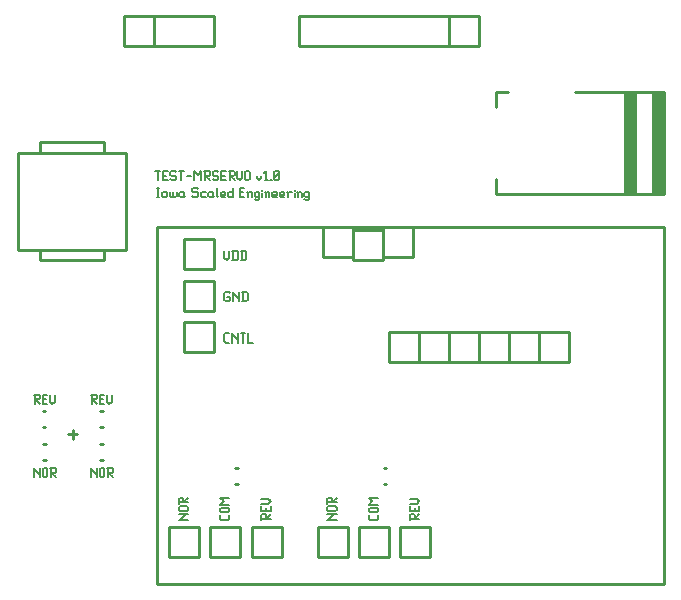
<source format=gbr>
G04 start of page 8 for group -4079 idx -4079 *
G04 Title: (unknown), topsilk *
G04 Creator: pcb 20140316 *
G04 CreationDate: Mon 19 Dec 2016 04:58:44 AM GMT UTC *
G04 For: railfan *
G04 Format: Gerber/RS-274X *
G04 PCB-Dimensions (mil): 2250.00 2000.00 *
G04 PCB-Coordinate-Origin: lower left *
%MOIN*%
%FSLAX25Y25*%
%LNTOPSILK*%
%ADD65C,0.0080*%
%ADD64C,0.0100*%
G54D64*X55500Y120500D02*X224500D01*
Y1500D01*
X55500D01*
Y120500D01*
X27500Y53000D02*Y50000D01*
X26000Y51500D02*X29000D01*
G54D65*X78000Y112720D02*Y110380D01*
X78780Y109600D01*
X79560Y110380D01*
Y112720D02*Y110380D01*
X80886Y112720D02*Y109600D01*
X82056Y112720D02*X82446Y112330D01*
Y109990D01*
X82056Y109600D02*X82446Y109990D01*
X80496Y109600D02*X82056D01*
X80496Y112720D02*X82056D01*
X83772D02*Y109600D01*
X84942Y112720D02*X85332Y112330D01*
Y109990D01*
X84942Y109600D02*X85332Y109990D01*
X83382Y109600D02*X84942D01*
X83382Y112720D02*X84942D01*
X79560Y98940D02*X79950Y98550D01*
X78390Y98940D02*X79560D01*
X78000Y98550D02*X78390Y98940D01*
X78000Y98550D02*Y96210D01*
X78390Y95820D01*
X79560D01*
X79950Y96210D01*
Y96990D02*Y96210D01*
X79560Y97380D02*X79950Y96990D01*
X78780Y97380D02*X79560D01*
X80886Y98940D02*Y95820D01*
Y98940D02*Y98550D01*
X82836Y96600D01*
Y98940D02*Y95820D01*
X84162Y98940D02*Y95820D01*
X85332Y98940D02*X85722Y98550D01*
Y96210D01*
X85332Y95820D02*X85722Y96210D01*
X83772Y95820D02*X85332D01*
X83772Y98940D02*X85332D01*
X78390Y82041D02*X79560D01*
X78000Y82431D02*X78390Y82041D01*
X78000Y84771D02*Y82431D01*
Y84771D02*X78390Y85161D01*
X79560D01*
X80496D02*Y82041D01*
Y85161D02*Y84771D01*
X82446Y82821D01*
Y85161D02*Y82041D01*
X83382Y85161D02*X84942D01*
X84162D02*Y82041D01*
X85878Y85161D02*Y82041D01*
X87438D01*
X55000Y139220D02*X56560D01*
X55780D02*Y136100D01*
X57496Y137660D02*X58666D01*
X57496Y136100D02*X59056D01*
X57496Y139220D02*Y136100D01*
Y139220D02*X59056D01*
X61552D02*X61942Y138830D01*
X60382Y139220D02*X61552D01*
X59992Y138830D02*X60382Y139220D01*
X59992Y138830D02*Y138050D01*
X60382Y137660D01*
X61552D01*
X61942Y137270D01*
Y136490D01*
X61552Y136100D02*X61942Y136490D01*
X60382Y136100D02*X61552D01*
X59992Y136490D02*X60382Y136100D01*
X62878Y139220D02*X64438D01*
X63658D02*Y136100D01*
X65374Y137660D02*X66934D01*
X67870Y139220D02*Y136100D01*
Y139220D02*X69040Y138050D01*
X70210Y139220D01*
Y136100D01*
X71146Y139220D02*X72706D01*
X73096Y138830D01*
Y138050D01*
X72706Y137660D02*X73096Y138050D01*
X71536Y137660D02*X72706D01*
X71536Y139220D02*Y136100D01*
Y137660D02*X73096Y136100D01*
X75592Y139220D02*X75982Y138830D01*
X74422Y139220D02*X75592D01*
X74032Y138830D02*X74422Y139220D01*
X74032Y138830D02*Y138050D01*
X74422Y137660D01*
X75592D01*
X75982Y137270D01*
Y136490D01*
X75592Y136100D02*X75982Y136490D01*
X74422Y136100D02*X75592D01*
X74032Y136490D02*X74422Y136100D01*
X76918Y137660D02*X78088D01*
X76918Y136100D02*X78478D01*
X76918Y139220D02*Y136100D01*
Y139220D02*X78478D01*
X79414D02*X80974D01*
X81364Y138830D01*
Y138050D01*
X80974Y137660D02*X81364Y138050D01*
X79804Y137660D02*X80974D01*
X79804Y139220D02*Y136100D01*
Y137660D02*X81364Y136100D01*
X82300Y139220D02*Y136880D01*
X83080Y136100D01*
X83860Y136880D01*
Y139220D02*Y136880D01*
X84796Y138830D02*Y136490D01*
Y138830D02*X85186Y139220D01*
X85966D01*
X86356Y138830D01*
Y136490D01*
X85966Y136100D02*X86356Y136490D01*
X85186Y136100D02*X85966D01*
X84796Y136490D02*X85186Y136100D01*
X88696Y137660D02*Y136880D01*
X89476Y136100D01*
X90256Y136880D01*
Y137660D02*Y136880D01*
X91582Y136100D02*X92362D01*
X91972Y139220D02*Y136100D01*
X91192Y138440D02*X91972Y139220D01*
X93298Y136100D02*X93688D01*
X94624Y136490D02*X95014Y136100D01*
X94624Y138830D02*Y136490D01*
Y138830D02*X95014Y139220D01*
X95794D01*
X96184Y138830D01*
Y136490D01*
X95794Y136100D02*X96184Y136490D01*
X95014Y136100D02*X95794D01*
X94624Y136880D02*X96184Y138440D01*
X55500Y133720D02*X56280D01*
X55890D02*Y130600D01*
X55500D02*X56280D01*
X57216Y131770D02*Y130990D01*
Y131770D02*X57606Y132160D01*
X58386D01*
X58776Y131770D01*
Y130990D01*
X58386Y130600D02*X58776Y130990D01*
X57606Y130600D02*X58386D01*
X57216Y130990D02*X57606Y130600D01*
X59712Y132160D02*Y130990D01*
X60102Y130600D01*
X60492D01*
X60882Y130990D01*
Y132160D02*Y130990D01*
X61272Y130600D01*
X61662D01*
X62052Y130990D01*
Y132160D02*Y130990D01*
X64158Y132160D02*X64548Y131770D01*
X63378Y132160D02*X64158D01*
X62988Y131770D02*X63378Y132160D01*
X62988Y131770D02*Y130990D01*
X63378Y130600D01*
X64548Y132160D02*Y130990D01*
X64938Y130600D01*
X63378D02*X64158D01*
X64548Y130990D01*
X68838Y133720D02*X69228Y133330D01*
X67668Y133720D02*X68838D01*
X67278Y133330D02*X67668Y133720D01*
X67278Y133330D02*Y132550D01*
X67668Y132160D01*
X68838D01*
X69228Y131770D01*
Y130990D01*
X68838Y130600D02*X69228Y130990D01*
X67668Y130600D02*X68838D01*
X67278Y130990D02*X67668Y130600D01*
X70554Y132160D02*X71724D01*
X70164Y131770D02*X70554Y132160D01*
X70164Y131770D02*Y130990D01*
X70554Y130600D01*
X71724D01*
X73830Y132160D02*X74220Y131770D01*
X73050Y132160D02*X73830D01*
X72660Y131770D02*X73050Y132160D01*
X72660Y131770D02*Y130990D01*
X73050Y130600D01*
X74220Y132160D02*Y130990D01*
X74610Y130600D01*
X73050D02*X73830D01*
X74220Y130990D01*
X75546Y133720D02*Y130990D01*
X75936Y130600D01*
X77106D02*X78276D01*
X76716Y130990D02*X77106Y130600D01*
X76716Y131770D02*Y130990D01*
Y131770D02*X77106Y132160D01*
X77886D01*
X78276Y131770D01*
X76716Y131380D02*X78276D01*
Y131770D02*Y131380D01*
X80772Y133720D02*Y130600D01*
X80382D02*X80772Y130990D01*
X79602Y130600D02*X80382D01*
X79212Y130990D02*X79602Y130600D01*
X79212Y131770D02*Y130990D01*
Y131770D02*X79602Y132160D01*
X80382D01*
X80772Y131770D01*
X83112Y132160D02*X84282D01*
X83112Y130600D02*X84672D01*
X83112Y133720D02*Y130600D01*
Y133720D02*X84672D01*
X85998Y131770D02*Y130600D01*
Y131770D02*X86388Y132160D01*
X86778D01*
X87168Y131770D01*
Y130600D01*
X85608Y132160D02*X85998Y131770D01*
X89274Y132160D02*X89664Y131770D01*
X88494Y132160D02*X89274D01*
X88104Y131770D02*X88494Y132160D01*
X88104Y131770D02*Y130990D01*
X88494Y130600D01*
X89274D01*
X89664Y130990D01*
X88104Y129820D02*X88494Y129430D01*
X89274D01*
X89664Y129820D01*
Y132160D02*Y129820D01*
X90600Y132940D02*Y132550D01*
Y131770D02*Y130600D01*
X91770Y131770D02*Y130600D01*
Y131770D02*X92160Y132160D01*
X92550D01*
X92940Y131770D01*
Y130600D01*
X91380Y132160D02*X91770Y131770D01*
X94266Y130600D02*X95436D01*
X93876Y130990D02*X94266Y130600D01*
X93876Y131770D02*Y130990D01*
Y131770D02*X94266Y132160D01*
X95046D01*
X95436Y131770D01*
X93876Y131380D02*X95436D01*
Y131770D02*Y131380D01*
X96762Y130600D02*X97932D01*
X96372Y130990D02*X96762Y130600D01*
X96372Y131770D02*Y130990D01*
Y131770D02*X96762Y132160D01*
X97542D01*
X97932Y131770D01*
X96372Y131380D02*X97932D01*
Y131770D02*Y131380D01*
X99258Y131770D02*Y130600D01*
Y131770D02*X99648Y132160D01*
X100428D01*
X98868D02*X99258Y131770D01*
X101364Y132940D02*Y132550D01*
Y131770D02*Y130600D01*
X102534Y131770D02*Y130600D01*
Y131770D02*X102924Y132160D01*
X103314D01*
X103704Y131770D01*
Y130600D01*
X102144Y132160D02*X102534Y131770D01*
X105810Y132160D02*X106200Y131770D01*
X105030Y132160D02*X105810D01*
X104640Y131770D02*X105030Y132160D01*
X104640Y131770D02*Y130990D01*
X105030Y130600D01*
X105810D01*
X106200Y130990D01*
X104640Y129820D02*X105030Y129430D01*
X105810D01*
X106200Y129820D01*
Y132160D02*Y129820D01*
X14500Y40220D02*Y37100D01*
Y40220D02*Y39830D01*
X16450Y37880D01*
Y40220D02*Y37100D01*
X17386Y39830D02*Y37490D01*
Y39830D02*X17776Y40220D01*
X18556D01*
X18946Y39830D01*
Y37490D01*
X18556Y37100D02*X18946Y37490D01*
X17776Y37100D02*X18556D01*
X17386Y37490D02*X17776Y37100D01*
X19882Y40220D02*X21442D01*
X21832Y39830D01*
Y39050D01*
X21442Y38660D02*X21832Y39050D01*
X20272Y38660D02*X21442D01*
X20272Y40220D02*Y37100D01*
Y38660D02*X21832Y37100D01*
X14500Y64720D02*X16060D01*
X16450Y64330D01*
Y63550D01*
X16060Y63160D02*X16450Y63550D01*
X14890Y63160D02*X16060D01*
X14890Y64720D02*Y61600D01*
Y63160D02*X16450Y61600D01*
X17386Y63160D02*X18556D01*
X17386Y61600D02*X18946D01*
X17386Y64720D02*Y61600D01*
Y64720D02*X18946D01*
X19882D02*Y62380D01*
X20662Y61600D01*
X21442Y62380D01*
Y64720D02*Y62380D01*
X33500Y40220D02*Y37100D01*
Y40220D02*Y39830D01*
X35450Y37880D01*
Y40220D02*Y37100D01*
X36386Y39830D02*Y37490D01*
Y39830D02*X36776Y40220D01*
X37556D01*
X37946Y39830D01*
Y37490D01*
X37556Y37100D02*X37946Y37490D01*
X36776Y37100D02*X37556D01*
X36386Y37490D02*X36776Y37100D01*
X38882Y40220D02*X40442D01*
X40832Y39830D01*
Y39050D01*
X40442Y38660D02*X40832Y39050D01*
X39272Y38660D02*X40442D01*
X39272Y40220D02*Y37100D01*
Y38660D02*X40832Y37100D01*
X33500Y64720D02*X35060D01*
X35450Y64330D01*
Y63550D01*
X35060Y63160D02*X35450Y63550D01*
X33890Y63160D02*X35060D01*
X33890Y64720D02*Y61600D01*
Y63160D02*X35450Y61600D01*
X36386Y63160D02*X37556D01*
X36386Y61600D02*X37946D01*
X36386Y64720D02*Y61600D01*
Y64720D02*X37946D01*
X38882D02*Y62380D01*
X39662Y61600D01*
X40442Y62380D01*
Y64720D02*Y62380D01*
X62780Y23000D02*X65900D01*
X62780D02*X63170D01*
X65120Y24950D01*
X62780D02*X65900D01*
X63170Y25886D02*X65510D01*
X63170D02*X62780Y26276D01*
Y27056D02*Y26276D01*
Y27056D02*X63170Y27446D01*
X65510D01*
X65900Y27056D02*X65510Y27446D01*
X65900Y27056D02*Y26276D01*
X65510Y25886D02*X65900Y26276D01*
X62780Y29942D02*Y28382D01*
Y29942D02*X63170Y30332D01*
X63950D01*
X64340Y29942D02*X63950Y30332D01*
X64340Y29942D02*Y28772D01*
X62780D02*X65900D01*
X64340D02*X65900Y30332D01*
X79680Y24560D02*Y23390D01*
X79290Y23000D02*X79680Y23390D01*
X76950Y23000D02*X79290D01*
X76950D02*X76560Y23390D01*
Y24560D02*Y23390D01*
X76950Y25496D02*X79290D01*
X76950D02*X76560Y25886D01*
Y26666D02*Y25886D01*
Y26666D02*X76950Y27056D01*
X79290D01*
X79680Y26666D02*X79290Y27056D01*
X79680Y26666D02*Y25886D01*
X79290Y25496D02*X79680Y25886D01*
X76560Y27992D02*X79680D01*
X76560D02*X77730Y29162D01*
X76560Y30332D01*
X79680D01*
X90339Y24560D02*Y23000D01*
Y24560D02*X90729Y24950D01*
X91509D01*
X91899Y24560D02*X91509Y24950D01*
X91899Y24560D02*Y23390D01*
X90339D02*X93459D01*
X91899D02*X93459Y24950D01*
X91899Y27056D02*Y25886D01*
X93459Y27446D02*Y25886D01*
X90339D02*X93459D01*
X90339Y27446D02*Y25886D01*
Y28382D02*X92679D01*
X93459Y29162D01*
X92679Y29942D01*
X90339D02*X92679D01*
X112280Y23000D02*X115400D01*
X112280D02*X112670D01*
X114620Y24950D01*
X112280D02*X115400D01*
X112670Y25886D02*X115010D01*
X112670D02*X112280Y26276D01*
Y27056D02*Y26276D01*
Y27056D02*X112670Y27446D01*
X115010D01*
X115400Y27056D02*X115010Y27446D01*
X115400Y27056D02*Y26276D01*
X115010Y25886D02*X115400Y26276D01*
X112280Y29942D02*Y28382D01*
Y29942D02*X112670Y30332D01*
X113450D01*
X113840Y29942D02*X113450Y30332D01*
X113840Y29942D02*Y28772D01*
X112280D02*X115400D01*
X113840D02*X115400Y30332D01*
X129180Y24560D02*Y23390D01*
X128790Y23000D02*X129180Y23390D01*
X126450Y23000D02*X128790D01*
X126450D02*X126060Y23390D01*
Y24560D02*Y23390D01*
X126450Y25496D02*X128790D01*
X126450D02*X126060Y25886D01*
Y26666D02*Y25886D01*
Y26666D02*X126450Y27056D01*
X128790D01*
X129180Y26666D02*X128790Y27056D01*
X129180Y26666D02*Y25886D01*
X128790Y25496D02*X129180Y25886D01*
X126060Y27992D02*X129180D01*
X126060D02*X127230Y29162D01*
X126060Y30332D01*
X129180D01*
X139839Y24560D02*Y23000D01*
Y24560D02*X140229Y24950D01*
X141009D01*
X141399Y24560D02*X141009Y24950D01*
X141399Y24560D02*Y23390D01*
X139839D02*X142959D01*
X141399D02*X142959Y24950D01*
X141399Y27056D02*Y25886D01*
X142959Y27446D02*Y25886D01*
X139839D02*X142959D01*
X139839Y27446D02*Y25886D01*
Y28382D02*X142179D01*
X142959Y29162D01*
X142179Y29942D01*
X139839D02*X142179D01*
G54D64*X9100Y145250D02*X45300D01*
Y113050D01*
X9100D01*
Y145250D01*
X16600Y148850D02*X37800D01*
X16600Y109450D02*X37800D01*
X16600Y148850D02*Y145250D01*
X37800Y148850D02*Y145250D01*
X16600Y109450D02*Y113050D01*
X37800Y109450D02*Y113050D01*
X44500Y181000D02*X74500D01*
Y191000D02*Y181000D01*
X44500Y191000D02*X74500D01*
X44500D02*Y181000D01*
X54500Y191000D02*Y181000D01*
X44500Y191000D02*X54500D01*
X64673Y116445D02*Y106445D01*
X74673D01*
Y116445D01*
X64673D01*
Y102665D02*Y92665D01*
X74673D01*
Y102665D01*
X64673D01*
Y88886D02*Y78886D01*
X74673D01*
Y88886D01*
X64673D01*
X111000Y120500D02*Y110500D01*
X121000D01*
Y120500D01*
X111000D01*
X131000D02*Y110500D01*
X141000D01*
Y120500D01*
X131000D01*
X121000Y119500D02*Y109500D01*
X131000D01*
Y119500D01*
X121000D01*
X103000Y191000D02*X163000D01*
X103000D02*Y181000D01*
X163000D01*
Y191000D02*Y181000D01*
X153000Y191000D02*Y181000D01*
X163000D01*
X59555Y20673D02*Y10673D01*
X69555D01*
Y20673D01*
X59555D01*
X73335D02*Y10673D01*
X83335D01*
Y20673D01*
X73335D01*
X87114D02*Y10673D01*
X97114D01*
Y20673D01*
X87114D01*
X109055D02*Y10673D01*
X119055D01*
Y20673D01*
X109055D01*
X122835D02*Y10673D01*
X132835D01*
Y20673D01*
X122835D01*
X136614D02*Y10673D01*
X146614D01*
Y20673D01*
X136614D01*
X17564Y59255D02*X18350D01*
X17564Y53745D02*X18350D01*
X36607Y59255D02*X37393D01*
X36607Y53745D02*X37393D01*
X17607Y48255D02*X18393D01*
X17607Y42745D02*X18393D01*
X36607Y48255D02*X37393D01*
X36607Y42745D02*X37393D01*
X81607Y34745D02*X82393D01*
X81607Y40255D02*X82393D01*
X131107Y34745D02*X131893D01*
X131107Y40255D02*X131893D01*
X173000Y85500D02*Y75500D01*
X183000D01*
Y85500D01*
X173000D01*
X183000D02*Y75500D01*
X193000D01*
Y85500D01*
X183000D01*
X133000D02*Y75500D01*
X143000D01*
Y85500D01*
X133000D01*
X153000D02*Y75500D01*
X163000D01*
Y85500D01*
X153000D01*
X163000D02*Y75500D01*
X173000D01*
Y85500D01*
X163000D01*
X143000D02*Y75500D01*
X153000D01*
Y85500D01*
X143000D01*
X195000Y165500D02*X224500D01*
Y131500D01*
X168500D02*X224500D01*
X168500Y136500D02*Y131500D01*
Y165500D02*X172500D01*
X168500D02*Y160500D01*
X224500Y165500D02*Y131500D01*
X224000Y165500D02*Y131500D01*
X223500Y165500D02*Y131500D01*
X223000Y165500D02*Y131500D01*
X222500Y165500D02*Y131500D01*
X222000Y165500D02*Y131500D01*
X221500Y165500D02*Y131500D01*
X221000Y165500D02*Y131500D01*
X211500Y165500D02*Y131500D01*
X212000Y165500D02*Y131500D01*
X212500Y165500D02*Y131500D01*
X213000Y165500D02*Y131500D01*
X213500Y165500D02*Y131500D01*
X214000Y165500D02*Y131500D01*
X214500Y165500D02*Y131500D01*
X215000Y165500D02*Y131500D01*
M02*

</source>
